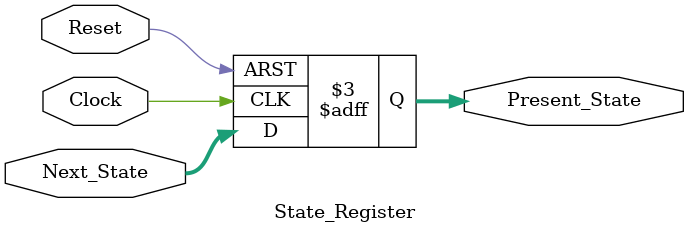
<source format=v>
`timescale 1ns / 1ps


module State_Register(
    input Clock, Reset,
    input [1:0] Next_State,
    output reg [1:0] Present_State
    );
    always @ (posedge Clock, posedge Reset) begin
    if(Reset == 1) Present_State = 2'b00;
    else Present_State = Next_State;
    end
endmodule

</source>
